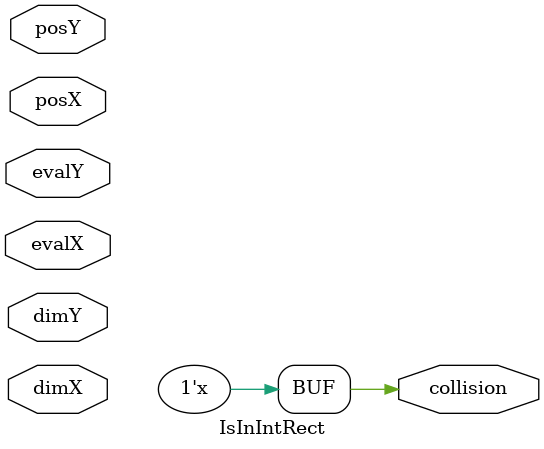
<source format=v>
`timescale 1ns / 1ps
module IsInIntRect
	#(parameter posBits = 9, parameter dimBits = 8)
	(  input [(dimBits - 1):0] dimX, dimY,
		input [(posBits - 1):0] posX, posY, evalX, evalY,
		
		output reg collision);
	
	
	
	reg [posBits:0] startX, endX, startY, endY;

	always @(*)
	begin 
		startX <= 0;
		startY <= 0;
		
		if((dimX>>2) <= posX) startX <= posX - dimX/2;
		if((dimY>>2) <= posY) startY <= posY - dimY/2;
		
		endX <= posX + (dimX - dimX/2);
		endY <= posY + (dimY - dimY/2);
		
		collision = startX <= evalX & evalX <= endX &
						startY <= evalY & evalY <= endY;
		
	end

endmodule

</source>
